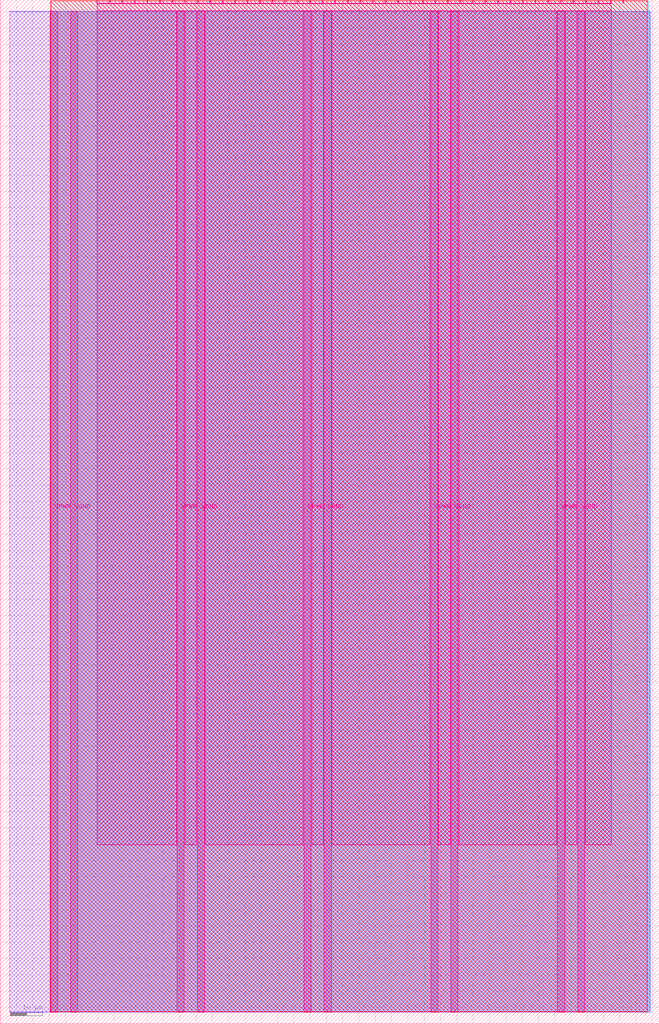
<source format=lef>
VERSION 5.7 ;
  NOWIREEXTENSIONATPIN ON ;
  DIVIDERCHAR "/" ;
  BUSBITCHARS "[]" ;
MACRO tt_um_moody_mimosa
  CLASS BLOCK ;
  FOREIGN tt_um_moody_mimosa ;
  ORIGIN 0.000 0.000 ;
  SIZE 202.080 BY 313.740 ;
  PIN VGND
    DIRECTION INOUT ;
    USE GROUND ;
    PORT
      LAYER Metal5 ;
        RECT 21.580 3.560 23.780 310.180 ;
    END
    PORT
      LAYER Metal5 ;
        RECT 60.450 3.560 62.650 310.180 ;
    END
    PORT
      LAYER Metal5 ;
        RECT 99.320 3.560 101.520 310.180 ;
    END
    PORT
      LAYER Metal5 ;
        RECT 138.190 3.560 140.390 310.180 ;
    END
    PORT
      LAYER Metal5 ;
        RECT 177.060 3.560 179.260 310.180 ;
    END
  END VGND
  PIN VPWR
    DIRECTION INOUT ;
    USE POWER ;
    PORT
      LAYER Metal5 ;
        RECT 15.380 3.560 17.580 310.180 ;
    END
    PORT
      LAYER Metal5 ;
        RECT 54.250 3.560 56.450 310.180 ;
    END
    PORT
      LAYER Metal5 ;
        RECT 93.120 3.560 95.320 310.180 ;
    END
    PORT
      LAYER Metal5 ;
        RECT 131.990 3.560 134.190 310.180 ;
    END
    PORT
      LAYER Metal5 ;
        RECT 170.860 3.560 173.060 310.180 ;
    END
  END VPWR
  PIN clk
    DIRECTION INPUT ;
    USE SIGNAL ;
    ANTENNAGATEAREA 0.213200 ;
    PORT
      LAYER Metal5 ;
        RECT 187.050 312.740 187.350 313.740 ;
    END
  END clk
  PIN ena
    DIRECTION INPUT ;
    USE SIGNAL ;
    PORT
      LAYER Metal5 ;
        RECT 190.890 312.740 191.190 313.740 ;
    END
  END ena
  PIN rst_n
    DIRECTION INPUT ;
    USE SIGNAL ;
    ANTENNAGATEAREA 0.213200 ;
    PORT
      LAYER Metal5 ;
        RECT 183.210 312.740 183.510 313.740 ;
    END
  END rst_n
  PIN ui_in[0]
    DIRECTION INPUT ;
    USE SIGNAL ;
    ANTENNAGATEAREA 0.213200 ;
    PORT
      LAYER Metal5 ;
        RECT 179.370 312.740 179.670 313.740 ;
    END
  END ui_in[0]
  PIN ui_in[1]
    DIRECTION INPUT ;
    USE SIGNAL ;
    ANTENNAGATEAREA 0.213200 ;
    PORT
      LAYER Metal5 ;
        RECT 175.530 312.740 175.830 313.740 ;
    END
  END ui_in[1]
  PIN ui_in[2]
    DIRECTION INPUT ;
    USE SIGNAL ;
    ANTENNAGATEAREA 0.213200 ;
    PORT
      LAYER Metal5 ;
        RECT 171.690 312.740 171.990 313.740 ;
    END
  END ui_in[2]
  PIN ui_in[3]
    DIRECTION INPUT ;
    USE SIGNAL ;
    ANTENNAGATEAREA 0.213200 ;
    PORT
      LAYER Metal5 ;
        RECT 167.850 312.740 168.150 313.740 ;
    END
  END ui_in[3]
  PIN ui_in[4]
    DIRECTION INPUT ;
    USE SIGNAL ;
    ANTENNAGATEAREA 0.213200 ;
    PORT
      LAYER Metal5 ;
        RECT 164.010 312.740 164.310 313.740 ;
    END
  END ui_in[4]
  PIN ui_in[5]
    DIRECTION INPUT ;
    USE SIGNAL ;
    ANTENNAGATEAREA 0.180700 ;
    PORT
      LAYER Metal5 ;
        RECT 160.170 312.740 160.470 313.740 ;
    END
  END ui_in[5]
  PIN ui_in[6]
    DIRECTION INPUT ;
    USE SIGNAL ;
    ANTENNAGATEAREA 0.213200 ;
    PORT
      LAYER Metal5 ;
        RECT 156.330 312.740 156.630 313.740 ;
    END
  END ui_in[6]
  PIN ui_in[7]
    DIRECTION INPUT ;
    USE SIGNAL ;
    ANTENNAGATEAREA 0.180700 ;
    PORT
      LAYER Metal5 ;
        RECT 152.490 312.740 152.790 313.740 ;
    END
  END ui_in[7]
  PIN uio_in[0]
    DIRECTION INPUT ;
    USE SIGNAL ;
    ANTENNAGATEAREA 0.213200 ;
    PORT
      LAYER Metal5 ;
        RECT 148.650 312.740 148.950 313.740 ;
    END
  END uio_in[0]
  PIN uio_in[1]
    DIRECTION INPUT ;
    USE SIGNAL ;
    ANTENNAGATEAREA 0.213200 ;
    PORT
      LAYER Metal5 ;
        RECT 144.810 312.740 145.110 313.740 ;
    END
  END uio_in[1]
  PIN uio_in[2]
    DIRECTION INPUT ;
    USE SIGNAL ;
    ANTENNAGATEAREA 0.180700 ;
    PORT
      LAYER Metal5 ;
        RECT 140.970 312.740 141.270 313.740 ;
    END
  END uio_in[2]
  PIN uio_in[3]
    DIRECTION INPUT ;
    USE SIGNAL ;
    PORT
      LAYER Metal5 ;
        RECT 137.130 312.740 137.430 313.740 ;
    END
  END uio_in[3]
  PIN uio_in[4]
    DIRECTION INPUT ;
    USE SIGNAL ;
    PORT
      LAYER Metal5 ;
        RECT 133.290 312.740 133.590 313.740 ;
    END
  END uio_in[4]
  PIN uio_in[5]
    DIRECTION INPUT ;
    USE SIGNAL ;
    PORT
      LAYER Metal5 ;
        RECT 129.450 312.740 129.750 313.740 ;
    END
  END uio_in[5]
  PIN uio_in[6]
    DIRECTION INPUT ;
    USE SIGNAL ;
    PORT
      LAYER Metal5 ;
        RECT 125.610 312.740 125.910 313.740 ;
    END
  END uio_in[6]
  PIN uio_in[7]
    DIRECTION INPUT ;
    USE SIGNAL ;
    PORT
      LAYER Metal5 ;
        RECT 121.770 312.740 122.070 313.740 ;
    END
  END uio_in[7]
  PIN uio_oe[0]
    DIRECTION OUTPUT ;
    USE SIGNAL ;
    ANTENNADIFFAREA 0.299200 ;
    PORT
      LAYER Metal5 ;
        RECT 56.490 312.740 56.790 313.740 ;
    END
  END uio_oe[0]
  PIN uio_oe[1]
    DIRECTION OUTPUT ;
    USE SIGNAL ;
    ANTENNADIFFAREA 0.299200 ;
    PORT
      LAYER Metal5 ;
        RECT 52.650 312.740 52.950 313.740 ;
    END
  END uio_oe[1]
  PIN uio_oe[2]
    DIRECTION OUTPUT ;
    USE SIGNAL ;
    ANTENNADIFFAREA 0.299200 ;
    PORT
      LAYER Metal5 ;
        RECT 48.810 312.740 49.110 313.740 ;
    END
  END uio_oe[2]
  PIN uio_oe[3]
    DIRECTION OUTPUT ;
    USE SIGNAL ;
    ANTENNADIFFAREA 0.392700 ;
    PORT
      LAYER Metal5 ;
        RECT 44.970 312.740 45.270 313.740 ;
    END
  END uio_oe[3]
  PIN uio_oe[4]
    DIRECTION OUTPUT ;
    USE SIGNAL ;
    ANTENNADIFFAREA 0.392700 ;
    PORT
      LAYER Metal5 ;
        RECT 41.130 312.740 41.430 313.740 ;
    END
  END uio_oe[4]
  PIN uio_oe[5]
    DIRECTION OUTPUT ;
    USE SIGNAL ;
    ANTENNADIFFAREA 0.392700 ;
    PORT
      LAYER Metal5 ;
        RECT 37.290 312.740 37.590 313.740 ;
    END
  END uio_oe[5]
  PIN uio_oe[6]
    DIRECTION OUTPUT ;
    USE SIGNAL ;
    ANTENNADIFFAREA 0.392700 ;
    PORT
      LAYER Metal5 ;
        RECT 33.450 312.740 33.750 313.740 ;
    END
  END uio_oe[6]
  PIN uio_oe[7]
    DIRECTION OUTPUT ;
    USE SIGNAL ;
    ANTENNADIFFAREA 0.392700 ;
    PORT
      LAYER Metal5 ;
        RECT 29.610 312.740 29.910 313.740 ;
    END
  END uio_oe[7]
  PIN uio_out[0]
    DIRECTION OUTPUT ;
    USE SIGNAL ;
    ANTENNADIFFAREA 0.299200 ;
    PORT
      LAYER Metal5 ;
        RECT 87.210 312.740 87.510 313.740 ;
    END
  END uio_out[0]
  PIN uio_out[1]
    DIRECTION OUTPUT ;
    USE SIGNAL ;
    ANTENNADIFFAREA 0.299200 ;
    PORT
      LAYER Metal5 ;
        RECT 83.370 312.740 83.670 313.740 ;
    END
  END uio_out[1]
  PIN uio_out[2]
    DIRECTION OUTPUT ;
    USE SIGNAL ;
    ANTENNADIFFAREA 0.299200 ;
    PORT
      LAYER Metal5 ;
        RECT 79.530 312.740 79.830 313.740 ;
    END
  END uio_out[2]
  PIN uio_out[3]
    DIRECTION OUTPUT ;
    USE SIGNAL ;
    ANTENNADIFFAREA 0.654800 ;
    PORT
      LAYER Metal5 ;
        RECT 75.690 312.740 75.990 313.740 ;
    END
  END uio_out[3]
  PIN uio_out[4]
    DIRECTION OUTPUT ;
    USE SIGNAL ;
    ANTENNADIFFAREA 0.654800 ;
    PORT
      LAYER Metal5 ;
        RECT 71.850 312.740 72.150 313.740 ;
    END
  END uio_out[4]
  PIN uio_out[5]
    DIRECTION OUTPUT ;
    USE SIGNAL ;
    ANTENNADIFFAREA 0.654800 ;
    PORT
      LAYER Metal5 ;
        RECT 68.010 312.740 68.310 313.740 ;
    END
  END uio_out[5]
  PIN uio_out[6]
    DIRECTION OUTPUT ;
    USE SIGNAL ;
    ANTENNADIFFAREA 0.654800 ;
    PORT
      LAYER Metal5 ;
        RECT 64.170 312.740 64.470 313.740 ;
    END
  END uio_out[6]
  PIN uio_out[7]
    DIRECTION OUTPUT ;
    USE SIGNAL ;
    ANTENNADIFFAREA 0.706800 ;
    PORT
      LAYER Metal5 ;
        RECT 60.330 312.740 60.630 313.740 ;
    END
  END uio_out[7]
  PIN uo_out[0]
    DIRECTION OUTPUT ;
    USE SIGNAL ;
    ANTENNADIFFAREA 0.654800 ;
    PORT
      LAYER Metal5 ;
        RECT 117.930 312.740 118.230 313.740 ;
    END
  END uo_out[0]
  PIN uo_out[1]
    DIRECTION OUTPUT ;
    USE SIGNAL ;
    ANTENNADIFFAREA 0.706800 ;
    PORT
      LAYER Metal5 ;
        RECT 114.090 312.740 114.390 313.740 ;
    END
  END uo_out[1]
  PIN uo_out[2]
    DIRECTION OUTPUT ;
    USE SIGNAL ;
    ANTENNADIFFAREA 0.706800 ;
    PORT
      LAYER Metal5 ;
        RECT 110.250 312.740 110.550 313.740 ;
    END
  END uo_out[2]
  PIN uo_out[3]
    DIRECTION OUTPUT ;
    USE SIGNAL ;
    ANTENNADIFFAREA 0.706800 ;
    PORT
      LAYER Metal5 ;
        RECT 106.410 312.740 106.710 313.740 ;
    END
  END uo_out[3]
  PIN uo_out[4]
    DIRECTION OUTPUT ;
    USE SIGNAL ;
    ANTENNADIFFAREA 0.706800 ;
    PORT
      LAYER Metal5 ;
        RECT 102.570 312.740 102.870 313.740 ;
    END
  END uo_out[4]
  PIN uo_out[5]
    DIRECTION OUTPUT ;
    USE SIGNAL ;
    ANTENNADIFFAREA 0.706800 ;
    PORT
      LAYER Metal5 ;
        RECT 98.730 312.740 99.030 313.740 ;
    END
  END uo_out[5]
  PIN uo_out[6]
    DIRECTION OUTPUT ;
    USE SIGNAL ;
    ANTENNADIFFAREA 0.706800 ;
    PORT
      LAYER Metal5 ;
        RECT 94.890 312.740 95.190 313.740 ;
    END
  END uo_out[6]
  PIN uo_out[7]
    DIRECTION OUTPUT ;
    USE SIGNAL ;
    ANTENNADIFFAREA 0.706800 ;
    PORT
      LAYER Metal5 ;
        RECT 91.050 312.740 91.350 313.740 ;
    END
  END uo_out[7]
  OBS
      LAYER GatPoly ;
        RECT 2.880 3.630 199.200 310.110 ;
      LAYER Metal1 ;
        RECT 2.880 3.560 199.200 310.180 ;
      LAYER Metal2 ;
        RECT 15.515 3.680 199.300 310.060 ;
      LAYER Metal3 ;
        RECT 15.560 3.635 198.820 313.465 ;
      LAYER Metal4 ;
        RECT 15.515 3.680 198.385 313.420 ;
      LAYER Metal5 ;
        RECT 30.120 312.530 33.240 312.740 ;
        RECT 33.960 312.530 37.080 312.740 ;
        RECT 37.800 312.530 40.920 312.740 ;
        RECT 41.640 312.530 44.760 312.740 ;
        RECT 45.480 312.530 48.600 312.740 ;
        RECT 49.320 312.530 52.440 312.740 ;
        RECT 53.160 312.530 56.280 312.740 ;
        RECT 57.000 312.530 60.120 312.740 ;
        RECT 60.840 312.530 63.960 312.740 ;
        RECT 64.680 312.530 67.800 312.740 ;
        RECT 68.520 312.530 71.640 312.740 ;
        RECT 72.360 312.530 75.480 312.740 ;
        RECT 76.200 312.530 79.320 312.740 ;
        RECT 80.040 312.530 83.160 312.740 ;
        RECT 83.880 312.530 87.000 312.740 ;
        RECT 87.720 312.530 90.840 312.740 ;
        RECT 91.560 312.530 94.680 312.740 ;
        RECT 95.400 312.530 98.520 312.740 ;
        RECT 99.240 312.530 102.360 312.740 ;
        RECT 103.080 312.530 106.200 312.740 ;
        RECT 106.920 312.530 110.040 312.740 ;
        RECT 110.760 312.530 113.880 312.740 ;
        RECT 114.600 312.530 117.720 312.740 ;
        RECT 118.440 312.530 121.560 312.740 ;
        RECT 122.280 312.530 125.400 312.740 ;
        RECT 126.120 312.530 129.240 312.740 ;
        RECT 129.960 312.530 133.080 312.740 ;
        RECT 133.800 312.530 136.920 312.740 ;
        RECT 137.640 312.530 140.760 312.740 ;
        RECT 141.480 312.530 144.600 312.740 ;
        RECT 145.320 312.530 148.440 312.740 ;
        RECT 149.160 312.530 152.280 312.740 ;
        RECT 153.000 312.530 156.120 312.740 ;
        RECT 156.840 312.530 159.960 312.740 ;
        RECT 160.680 312.530 163.800 312.740 ;
        RECT 164.520 312.530 167.640 312.740 ;
        RECT 168.360 312.530 171.480 312.740 ;
        RECT 172.200 312.530 175.320 312.740 ;
        RECT 176.040 312.530 179.160 312.740 ;
        RECT 179.880 312.530 183.000 312.740 ;
        RECT 183.720 312.530 186.840 312.740 ;
        RECT 29.660 310.390 187.300 312.530 ;
        RECT 29.660 54.875 54.040 310.390 ;
        RECT 56.660 54.875 60.240 310.390 ;
        RECT 62.860 54.875 92.910 310.390 ;
        RECT 95.530 54.875 99.110 310.390 ;
        RECT 101.730 54.875 131.780 310.390 ;
        RECT 134.400 54.875 137.980 310.390 ;
        RECT 140.600 54.875 170.650 310.390 ;
        RECT 173.270 54.875 176.850 310.390 ;
        RECT 179.470 54.875 187.300 310.390 ;
  END
END tt_um_moody_mimosa
END LIBRARY


</source>
